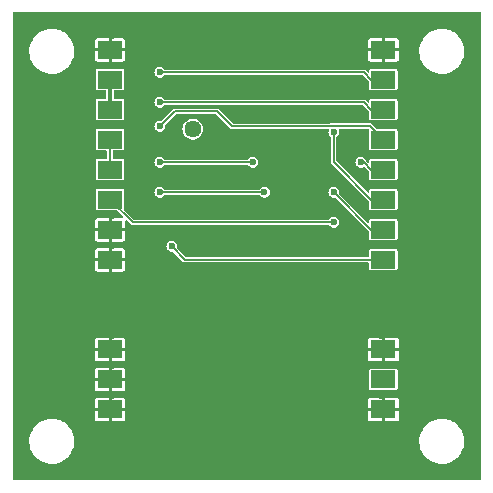
<source format=gbl>
G04 #@! TF.GenerationSoftware,KiCad,Pcbnew,7.0.11-2.fc39*
G04 #@! TF.CreationDate,2024-03-24T03:10:33+08:00*
G04 #@! TF.ProjectId,ikoka-nano-meshtastic-device,696b6f6b-612d-46e6-916e-6f2d6d657368,1*
G04 #@! TF.SameCoordinates,Original*
G04 #@! TF.FileFunction,Copper,L2,Bot*
G04 #@! TF.FilePolarity,Positive*
%FSLAX46Y46*%
G04 Gerber Fmt 4.6, Leading zero omitted, Abs format (unit mm)*
G04 Created by KiCad (PCBNEW 7.0.11-2.fc39) date 2024-03-24 03:10:33*
%MOMM*%
%LPD*%
G01*
G04 APERTURE LIST*
G04 #@! TA.AperFunction,SMDPad,CuDef*
%ADD10R,2.080000X1.510000*%
G04 #@! TD*
G04 #@! TA.AperFunction,ViaPad*
%ADD11C,0.600000*%
G04 #@! TD*
G04 #@! TA.AperFunction,ViaPad*
%ADD12C,1.443000*%
G04 #@! TD*
G04 #@! TA.AperFunction,Conductor*
%ADD13C,0.152400*%
G04 #@! TD*
G04 #@! TA.AperFunction,Conductor*
%ADD14C,0.304800*%
G04 #@! TD*
G04 APERTURE END LIST*
D10*
X140825000Y-115420000D03*
X140825000Y-112880000D03*
X140825000Y-110340000D03*
X140825000Y-102740000D03*
X140825000Y-100200000D03*
X140825000Y-97660000D03*
X140825000Y-95120000D03*
X140825000Y-92580000D03*
X140825000Y-90040000D03*
X140825000Y-87500000D03*
X140825000Y-84960000D03*
X163975000Y-84960000D03*
X163975000Y-87500000D03*
X163975000Y-90040000D03*
X163975000Y-92580000D03*
X163975000Y-95120000D03*
X163975000Y-97660000D03*
X163975000Y-100200000D03*
X163975000Y-102740000D03*
X163975000Y-110340000D03*
X163975000Y-112880000D03*
X163975000Y-115420000D03*
D11*
X146050000Y-101600000D03*
X145034000Y-86868000D03*
X145034000Y-89408000D03*
X145034000Y-91440000D03*
X152908000Y-94488000D03*
X145034000Y-94488000D03*
X145034000Y-97028000D03*
X153900000Y-97028000D03*
X159766000Y-99568000D03*
X159766000Y-97028000D03*
X162052000Y-94488000D03*
X159766000Y-91948000D03*
X148590000Y-95250000D03*
X166370000Y-91440000D03*
X133350000Y-88900000D03*
X135890000Y-91440000D03*
X148590000Y-106680000D03*
X151130000Y-111760000D03*
X171450000Y-116840000D03*
X135890000Y-88900000D03*
X137160000Y-120650000D03*
X143510000Y-116840000D03*
X139700000Y-82550000D03*
X158750000Y-95250000D03*
X144780000Y-82550000D03*
X158750000Y-111760000D03*
X166370000Y-114300000D03*
X152400000Y-82550000D03*
X171450000Y-99060000D03*
X146050000Y-111760000D03*
X138430000Y-93980000D03*
X133350000Y-114300000D03*
X166370000Y-116840000D03*
X148590000Y-101600000D03*
X158750000Y-85090000D03*
X158750000Y-114300000D03*
X140970000Y-99060000D03*
X171450000Y-119380000D03*
X143510000Y-109220000D03*
X138430000Y-101600000D03*
X153670000Y-95250000D03*
X158750000Y-90170000D03*
X151130000Y-90170000D03*
X133350000Y-111760000D03*
X161290000Y-119380000D03*
X152400000Y-119380000D03*
X135890000Y-104140000D03*
X168910000Y-109220000D03*
X168910000Y-111760000D03*
X146050000Y-106680000D03*
X156210000Y-97790000D03*
X133350000Y-83820000D03*
X158750000Y-116840000D03*
X158750000Y-109220000D03*
X158750000Y-106680000D03*
X156210000Y-87630000D03*
X140970000Y-114300000D03*
X161290000Y-116840000D03*
X156210000Y-95250000D03*
X140970000Y-106680000D03*
X135890000Y-114300000D03*
X166370000Y-119380000D03*
X168910000Y-96520000D03*
X138430000Y-111760000D03*
X156210000Y-90170000D03*
X135890000Y-93980000D03*
X161290000Y-106680000D03*
X166370000Y-109220000D03*
X140970000Y-83820000D03*
X133350000Y-101600000D03*
X148590000Y-114300000D03*
X168910000Y-101600000D03*
X157480000Y-82550000D03*
X170180000Y-120650000D03*
X143510000Y-119380000D03*
X133350000Y-109220000D03*
X154940000Y-82550000D03*
X156210000Y-92710000D03*
X144780000Y-120650000D03*
X133350000Y-96520000D03*
X138430000Y-91440000D03*
X152400000Y-85090000D03*
X161290000Y-101600000D03*
X168910000Y-88900000D03*
X167640000Y-120650000D03*
X171450000Y-106680000D03*
X135890000Y-99060000D03*
X133350000Y-104140000D03*
X135890000Y-109220000D03*
X143510000Y-106680000D03*
X148590000Y-85090000D03*
X166370000Y-106680000D03*
X171450000Y-83820000D03*
X143510000Y-101600000D03*
X163830000Y-106680000D03*
X151130000Y-114300000D03*
X138430000Y-96520000D03*
X148590000Y-116840000D03*
X135890000Y-106680000D03*
X160020000Y-82550000D03*
X151130000Y-104140000D03*
X166370000Y-96520000D03*
X170180000Y-82550000D03*
X133350000Y-91440000D03*
X140970000Y-101600000D03*
X138430000Y-114300000D03*
X165100000Y-82550000D03*
X133350000Y-119380000D03*
X168910000Y-93980000D03*
X156210000Y-106680000D03*
X135890000Y-101600000D03*
X142240000Y-82550000D03*
X153670000Y-92710000D03*
X148590000Y-97790000D03*
X156210000Y-109220000D03*
X133350000Y-116840000D03*
X163830000Y-114300000D03*
X146050000Y-109220000D03*
X151130000Y-101600000D03*
X167640000Y-82550000D03*
X138430000Y-106680000D03*
X138430000Y-88900000D03*
X166370000Y-93980000D03*
X171450000Y-96520000D03*
X161290000Y-111760000D03*
X146050000Y-116840000D03*
X171450000Y-91440000D03*
X161290000Y-104140000D03*
X151130000Y-109220000D03*
X135890000Y-96520000D03*
X148590000Y-109220000D03*
X171450000Y-104140000D03*
X133350000Y-93980000D03*
X151130000Y-97790000D03*
X158750000Y-97790000D03*
X138430000Y-86360000D03*
X140970000Y-104140000D03*
X151130000Y-95250000D03*
X168910000Y-91440000D03*
X161290000Y-109220000D03*
X171450000Y-114300000D03*
X163830000Y-104140000D03*
X148590000Y-104140000D03*
X146050000Y-104140000D03*
X171450000Y-109220000D03*
X162560000Y-82550000D03*
X135890000Y-111760000D03*
X153670000Y-87630000D03*
X158750000Y-104140000D03*
X143510000Y-111760000D03*
X158750000Y-87630000D03*
X143510000Y-114300000D03*
X168910000Y-104140000D03*
X133350000Y-86360000D03*
X166370000Y-88900000D03*
X148590000Y-111760000D03*
X138430000Y-99060000D03*
X151130000Y-87630000D03*
X134620000Y-82550000D03*
X171450000Y-93980000D03*
X163830000Y-116840000D03*
X138430000Y-83820000D03*
X134620000Y-120650000D03*
X156210000Y-104140000D03*
X133350000Y-106680000D03*
X140970000Y-109220000D03*
X151130000Y-106680000D03*
X168910000Y-99060000D03*
X138430000Y-116840000D03*
X160020000Y-120650000D03*
X156210000Y-111760000D03*
X171450000Y-86360000D03*
X138430000Y-104140000D03*
X166370000Y-99060000D03*
X156210000Y-114300000D03*
X171450000Y-88900000D03*
X140970000Y-116840000D03*
X168910000Y-106680000D03*
X156210000Y-116840000D03*
X149860000Y-82550000D03*
X133350000Y-99060000D03*
X147320000Y-82550000D03*
X158750000Y-92710000D03*
X143510000Y-104140000D03*
X171450000Y-101600000D03*
X146050000Y-114300000D03*
X166370000Y-86360000D03*
X162560000Y-120650000D03*
X163830000Y-109220000D03*
X137160000Y-82550000D03*
X140970000Y-111760000D03*
X166370000Y-101600000D03*
X168910000Y-114300000D03*
X151130000Y-120650000D03*
X156210000Y-85090000D03*
X166370000Y-104140000D03*
X138430000Y-109220000D03*
X166370000Y-111760000D03*
X153670000Y-90170000D03*
X138430000Y-119380000D03*
X153670000Y-120650000D03*
X148590000Y-87630000D03*
X161290000Y-114300000D03*
X171450000Y-111760000D03*
X142240000Y-120650000D03*
X151130000Y-92710000D03*
D12*
X147828000Y-91694000D03*
D11*
X140716000Y-90424000D03*
D13*
X146050000Y-101600000D02*
X147190000Y-102740000D01*
X147190000Y-102740000D02*
X163975000Y-102740000D01*
X162306000Y-86868000D02*
X162938000Y-87500000D01*
X145034000Y-86868000D02*
X162306000Y-86868000D01*
X162938000Y-87500000D02*
X163975000Y-87500000D01*
X162306000Y-89408000D02*
X162938000Y-90040000D01*
X162938000Y-90040000D02*
X163975000Y-90040000D01*
X145034000Y-89408000D02*
X162306000Y-89408000D01*
X159547046Y-91419400D02*
X162814400Y-91419400D01*
X162814400Y-91419400D02*
X163975000Y-92580000D01*
X145034000Y-91440000D02*
X146304000Y-90170000D01*
X159526446Y-91440000D02*
X159547046Y-91419400D01*
X151130000Y-91440000D02*
X159526446Y-91440000D01*
X146304000Y-90170000D02*
X149860000Y-90170000D01*
X149860000Y-90170000D02*
X151130000Y-91440000D01*
X145034000Y-94488000D02*
X152908000Y-94488000D01*
X153900000Y-97028000D02*
X145034000Y-97028000D01*
X142733000Y-99568000D02*
X159766000Y-99568000D01*
X140825000Y-97660000D02*
X142733000Y-99568000D01*
X159766000Y-97028000D02*
X162938000Y-100200000D01*
X162938000Y-100200000D02*
X163975000Y-100200000D01*
X162306000Y-94488000D02*
X162052000Y-94488000D01*
X162938000Y-95120000D02*
X162306000Y-94488000D01*
X163975000Y-95120000D02*
X162938000Y-95120000D01*
X162938000Y-97660000D02*
X163975000Y-97660000D01*
X159766000Y-91948000D02*
X159766000Y-94488000D01*
X159766000Y-94488000D02*
X162938000Y-97660000D01*
D14*
X140825000Y-87500000D02*
X140825000Y-90040000D01*
X140462000Y-89916000D02*
X140825000Y-90040000D01*
D13*
X140825000Y-95120000D02*
X140825000Y-92580000D01*
G04 #@! TA.AperFunction,Conductor*
G36*
X172192638Y-81798093D02*
G01*
X172218358Y-81842642D01*
X172219500Y-81855700D01*
X172219500Y-121344300D01*
X172201907Y-121392638D01*
X172157358Y-121418358D01*
X172144300Y-121419500D01*
X132655700Y-121419500D01*
X132607362Y-121401907D01*
X132581642Y-121357358D01*
X132580500Y-121344300D01*
X132580500Y-118179632D01*
X133984686Y-118179632D01*
X134015129Y-118456309D01*
X134085531Y-118725599D01*
X134194393Y-118981773D01*
X134194395Y-118981776D01*
X134339388Y-119219357D01*
X134339394Y-119219366D01*
X134517438Y-119433308D01*
X134517442Y-119433312D01*
X134724745Y-119619056D01*
X134956883Y-119772637D01*
X135208909Y-119890782D01*
X135475451Y-119970973D01*
X135750828Y-120011500D01*
X135750832Y-120011500D01*
X135959497Y-120011500D01*
X135959499Y-120011499D01*
X136035139Y-120005963D01*
X136167592Y-119996269D01*
X136167594Y-119996268D01*
X136167601Y-119996268D01*
X136439286Y-119935748D01*
X136699263Y-119836315D01*
X136941993Y-119700089D01*
X137162301Y-119529972D01*
X137355492Y-119329592D01*
X137517449Y-119103218D01*
X137644719Y-118855675D01*
X137734591Y-118592239D01*
X137785148Y-118318526D01*
X137790224Y-118179632D01*
X167004686Y-118179632D01*
X167035129Y-118456309D01*
X167105531Y-118725599D01*
X167214393Y-118981773D01*
X167214395Y-118981776D01*
X167359388Y-119219357D01*
X167359394Y-119219366D01*
X167537438Y-119433308D01*
X167537442Y-119433312D01*
X167744745Y-119619056D01*
X167976883Y-119772637D01*
X168228909Y-119890782D01*
X168495451Y-119970973D01*
X168770828Y-120011500D01*
X168770832Y-120011500D01*
X168979497Y-120011500D01*
X168979499Y-120011499D01*
X169055139Y-120005963D01*
X169187592Y-119996269D01*
X169187594Y-119996268D01*
X169187601Y-119996268D01*
X169459286Y-119935748D01*
X169719263Y-119836315D01*
X169961993Y-119700089D01*
X170182301Y-119529972D01*
X170375492Y-119329592D01*
X170537449Y-119103218D01*
X170664719Y-118855675D01*
X170754591Y-118592239D01*
X170805148Y-118318526D01*
X170815314Y-118040368D01*
X170784871Y-117763694D01*
X170714469Y-117494401D01*
X170605607Y-117238228D01*
X170460607Y-117000636D01*
X170368879Y-116890413D01*
X170282561Y-116786691D01*
X170282557Y-116786687D01*
X170075257Y-116600946D01*
X170075255Y-116600944D01*
X169920496Y-116498556D01*
X169843116Y-116447362D01*
X169591089Y-116329217D01*
X169407904Y-116274105D01*
X169324549Y-116249027D01*
X169152672Y-116223732D01*
X169049173Y-116208500D01*
X169049172Y-116208500D01*
X168840511Y-116208500D01*
X168840499Y-116208500D01*
X168632407Y-116223730D01*
X168360709Y-116284253D01*
X168100739Y-116383684D01*
X168100735Y-116383686D01*
X167858010Y-116519908D01*
X167637699Y-116690027D01*
X167444512Y-116890403D01*
X167444504Y-116890413D01*
X167282553Y-117116777D01*
X167155278Y-117364330D01*
X167065410Y-117627753D01*
X167065408Y-117627763D01*
X167014852Y-117901471D01*
X167004686Y-118179628D01*
X167004686Y-118179632D01*
X137790224Y-118179632D01*
X137795314Y-118040368D01*
X137764871Y-117763694D01*
X137694469Y-117494401D01*
X137585607Y-117238228D01*
X137440607Y-117000636D01*
X137348879Y-116890413D01*
X137262561Y-116786691D01*
X137262557Y-116786687D01*
X137055257Y-116600946D01*
X137055255Y-116600944D01*
X136900496Y-116498556D01*
X136823116Y-116447362D01*
X136571089Y-116329217D01*
X136387904Y-116274105D01*
X136304549Y-116249027D01*
X136132672Y-116223732D01*
X136029173Y-116208500D01*
X136029172Y-116208500D01*
X135820511Y-116208500D01*
X135820499Y-116208500D01*
X135612407Y-116223730D01*
X135340709Y-116284253D01*
X135080739Y-116383684D01*
X135080735Y-116383686D01*
X134838010Y-116519908D01*
X134617699Y-116690027D01*
X134424512Y-116890403D01*
X134424504Y-116890413D01*
X134262553Y-117116777D01*
X134135278Y-117364330D01*
X134045410Y-117627753D01*
X134045408Y-117627763D01*
X133994852Y-117901471D01*
X133984686Y-118179628D01*
X133984686Y-118179632D01*
X132580500Y-118179632D01*
X132580500Y-115547000D01*
X139531001Y-115547000D01*
X139531001Y-116200017D01*
X139545737Y-116274105D01*
X139601876Y-116358124D01*
X139685894Y-116414262D01*
X139685896Y-116414263D01*
X139759982Y-116428999D01*
X140698000Y-116428999D01*
X140698000Y-115547000D01*
X140952000Y-115547000D01*
X140952000Y-116428999D01*
X141890016Y-116428999D01*
X141890017Y-116428998D01*
X141964105Y-116414262D01*
X142048124Y-116358123D01*
X142104262Y-116274105D01*
X142104263Y-116274103D01*
X142119000Y-116200017D01*
X142119000Y-115547000D01*
X162681001Y-115547000D01*
X162681001Y-116200017D01*
X162695737Y-116274105D01*
X162751876Y-116358124D01*
X162835894Y-116414262D01*
X162835896Y-116414263D01*
X162909982Y-116428999D01*
X163848000Y-116428999D01*
X163848000Y-115547000D01*
X164102000Y-115547000D01*
X164102000Y-116428999D01*
X165040016Y-116428999D01*
X165040017Y-116428998D01*
X165114105Y-116414262D01*
X165198124Y-116358123D01*
X165254262Y-116274105D01*
X165254263Y-116274103D01*
X165269000Y-116200017D01*
X165269000Y-115547000D01*
X164102000Y-115547000D01*
X163848000Y-115547000D01*
X162681001Y-115547000D01*
X142119000Y-115547000D01*
X140952000Y-115547000D01*
X140698000Y-115547000D01*
X139531001Y-115547000D01*
X132580500Y-115547000D01*
X132580500Y-115293000D01*
X139531000Y-115293000D01*
X140698000Y-115293000D01*
X140698000Y-114411000D01*
X140952000Y-114411000D01*
X140952000Y-115293000D01*
X142118999Y-115293000D01*
X162681000Y-115293000D01*
X163848000Y-115293000D01*
X163848000Y-114411000D01*
X164102000Y-114411000D01*
X164102000Y-115293000D01*
X165268999Y-115293000D01*
X165268999Y-114639984D01*
X165268998Y-114639982D01*
X165254262Y-114565894D01*
X165198123Y-114481875D01*
X165114105Y-114425737D01*
X165114103Y-114425736D01*
X165040018Y-114411000D01*
X164102000Y-114411000D01*
X163848000Y-114411000D01*
X162909984Y-114411000D01*
X162909982Y-114411001D01*
X162835894Y-114425737D01*
X162751875Y-114481876D01*
X162695737Y-114565894D01*
X162695736Y-114565896D01*
X162681000Y-114639982D01*
X162681000Y-115293000D01*
X142118999Y-115293000D01*
X142118999Y-114639984D01*
X142118998Y-114639982D01*
X142104262Y-114565894D01*
X142048123Y-114481875D01*
X141964105Y-114425737D01*
X141964103Y-114425736D01*
X141890018Y-114411000D01*
X140952000Y-114411000D01*
X140698000Y-114411000D01*
X139759984Y-114411000D01*
X139759982Y-114411001D01*
X139685894Y-114425737D01*
X139601875Y-114481876D01*
X139545737Y-114565894D01*
X139545736Y-114565896D01*
X139531000Y-114639982D01*
X139531000Y-115293000D01*
X132580500Y-115293000D01*
X132580500Y-113007000D01*
X139531001Y-113007000D01*
X139531001Y-113660017D01*
X139545737Y-113734105D01*
X139601876Y-113818124D01*
X139685894Y-113874262D01*
X139685896Y-113874263D01*
X139759982Y-113888999D01*
X140698000Y-113888999D01*
X140698000Y-113007000D01*
X140952000Y-113007000D01*
X140952000Y-113888999D01*
X141890016Y-113888999D01*
X141890017Y-113888998D01*
X141964105Y-113874262D01*
X142048124Y-113818123D01*
X142104262Y-113734105D01*
X142104263Y-113734103D01*
X142119000Y-113660017D01*
X142119000Y-113650055D01*
X162782100Y-113650055D01*
X162782101Y-113650057D01*
X162790972Y-113694659D01*
X162824764Y-113745232D01*
X162824765Y-113745232D01*
X162824766Y-113745234D01*
X162875342Y-113779028D01*
X162919943Y-113787900D01*
X165030056Y-113787899D01*
X165074658Y-113779028D01*
X165125234Y-113745234D01*
X165159028Y-113694658D01*
X165167900Y-113650057D01*
X165167899Y-112109944D01*
X165159028Y-112065342D01*
X165125234Y-112014766D01*
X165074658Y-111980972D01*
X165074656Y-111980971D01*
X165030057Y-111972100D01*
X162919944Y-111972100D01*
X162919942Y-111972101D01*
X162875340Y-111980972D01*
X162824767Y-112014764D01*
X162790972Y-112065342D01*
X162790971Y-112065343D01*
X162782100Y-112109942D01*
X162782100Y-113650055D01*
X142119000Y-113650055D01*
X142119000Y-113007000D01*
X140952000Y-113007000D01*
X140698000Y-113007000D01*
X139531001Y-113007000D01*
X132580500Y-113007000D01*
X132580500Y-112753000D01*
X139531000Y-112753000D01*
X140698000Y-112753000D01*
X140698000Y-111871000D01*
X140952000Y-111871000D01*
X140952000Y-112753000D01*
X142118999Y-112753000D01*
X142118999Y-112099984D01*
X142118998Y-112099982D01*
X142104262Y-112025894D01*
X142048123Y-111941875D01*
X141964105Y-111885737D01*
X141964103Y-111885736D01*
X141890018Y-111871000D01*
X140952000Y-111871000D01*
X140698000Y-111871000D01*
X139759984Y-111871000D01*
X139759982Y-111871001D01*
X139685894Y-111885737D01*
X139601875Y-111941876D01*
X139545737Y-112025894D01*
X139545736Y-112025896D01*
X139531000Y-112099982D01*
X139531000Y-112753000D01*
X132580500Y-112753000D01*
X132580500Y-110467000D01*
X139531001Y-110467000D01*
X139531001Y-111120017D01*
X139545737Y-111194105D01*
X139601876Y-111278124D01*
X139685894Y-111334262D01*
X139685896Y-111334263D01*
X139759982Y-111348999D01*
X140698000Y-111348999D01*
X140698000Y-110467000D01*
X140952000Y-110467000D01*
X140952000Y-111348999D01*
X141890016Y-111348999D01*
X141890017Y-111348998D01*
X141964105Y-111334262D01*
X142048124Y-111278123D01*
X142104262Y-111194105D01*
X142104263Y-111194103D01*
X142119000Y-111120017D01*
X142119000Y-110467000D01*
X162681001Y-110467000D01*
X162681001Y-111120017D01*
X162695737Y-111194105D01*
X162751876Y-111278124D01*
X162835894Y-111334262D01*
X162835896Y-111334263D01*
X162909982Y-111348999D01*
X163848000Y-111348999D01*
X163848000Y-110467000D01*
X164102000Y-110467000D01*
X164102000Y-111348999D01*
X165040016Y-111348999D01*
X165040017Y-111348998D01*
X165114105Y-111334262D01*
X165198124Y-111278123D01*
X165254262Y-111194105D01*
X165254263Y-111194103D01*
X165269000Y-111120017D01*
X165269000Y-110467000D01*
X164102000Y-110467000D01*
X163848000Y-110467000D01*
X162681001Y-110467000D01*
X142119000Y-110467000D01*
X140952000Y-110467000D01*
X140698000Y-110467000D01*
X139531001Y-110467000D01*
X132580500Y-110467000D01*
X132580500Y-110213000D01*
X139531000Y-110213000D01*
X140698000Y-110213000D01*
X140698000Y-109331000D01*
X140952000Y-109331000D01*
X140952000Y-110213000D01*
X142118999Y-110213000D01*
X162681000Y-110213000D01*
X163848000Y-110213000D01*
X163848000Y-109331000D01*
X164102000Y-109331000D01*
X164102000Y-110213000D01*
X165268999Y-110213000D01*
X165268999Y-109559984D01*
X165268998Y-109559982D01*
X165254262Y-109485894D01*
X165198123Y-109401875D01*
X165114105Y-109345737D01*
X165114103Y-109345736D01*
X165040018Y-109331000D01*
X164102000Y-109331000D01*
X163848000Y-109331000D01*
X162909984Y-109331000D01*
X162909982Y-109331001D01*
X162835894Y-109345737D01*
X162751875Y-109401876D01*
X162695737Y-109485894D01*
X162695736Y-109485896D01*
X162681000Y-109559982D01*
X162681000Y-110213000D01*
X142118999Y-110213000D01*
X142118999Y-109559984D01*
X142118998Y-109559982D01*
X142104262Y-109485894D01*
X142048123Y-109401875D01*
X141964105Y-109345737D01*
X141964103Y-109345736D01*
X141890018Y-109331000D01*
X140952000Y-109331000D01*
X140698000Y-109331000D01*
X139759984Y-109331000D01*
X139759982Y-109331001D01*
X139685894Y-109345737D01*
X139601875Y-109401876D01*
X139545737Y-109485894D01*
X139545736Y-109485896D01*
X139531000Y-109559982D01*
X139531000Y-110213000D01*
X132580500Y-110213000D01*
X132580500Y-102867000D01*
X139531001Y-102867000D01*
X139531001Y-103520017D01*
X139545737Y-103594105D01*
X139601876Y-103678124D01*
X139685894Y-103734262D01*
X139685896Y-103734263D01*
X139759982Y-103748999D01*
X140698000Y-103748999D01*
X140698000Y-102867000D01*
X140952000Y-102867000D01*
X140952000Y-103748999D01*
X141890016Y-103748999D01*
X141890017Y-103748998D01*
X141964105Y-103734262D01*
X142048124Y-103678123D01*
X142104262Y-103594105D01*
X142104263Y-103594103D01*
X142119000Y-103520017D01*
X142119000Y-102867000D01*
X140952000Y-102867000D01*
X140698000Y-102867000D01*
X139531001Y-102867000D01*
X132580500Y-102867000D01*
X132580500Y-102613000D01*
X139531000Y-102613000D01*
X140698000Y-102613000D01*
X140698000Y-101731000D01*
X140952000Y-101731000D01*
X140952000Y-102613000D01*
X142118999Y-102613000D01*
X142118999Y-101959984D01*
X142118998Y-101959982D01*
X142104262Y-101885894D01*
X142048123Y-101801875D01*
X141964105Y-101745737D01*
X141964103Y-101745736D01*
X141890018Y-101731000D01*
X140952000Y-101731000D01*
X140698000Y-101731000D01*
X139759984Y-101731000D01*
X139759982Y-101731001D01*
X139685894Y-101745737D01*
X139601875Y-101801876D01*
X139545737Y-101885894D01*
X139545736Y-101885896D01*
X139531000Y-101959982D01*
X139531000Y-102613000D01*
X132580500Y-102613000D01*
X132580500Y-101600000D01*
X145592443Y-101600000D01*
X145610977Y-101728911D01*
X145665078Y-101847373D01*
X145665080Y-101847376D01*
X145750366Y-101945801D01*
X145859926Y-102016209D01*
X145984883Y-102052900D01*
X146115115Y-102052900D01*
X146115117Y-102052900D01*
X146121610Y-102050993D01*
X146172944Y-102054251D01*
X146195975Y-102069971D01*
X147022359Y-102896355D01*
X147025069Y-102899210D01*
X147052330Y-102929486D01*
X147074936Y-102939551D01*
X147085304Y-102945181D01*
X147106060Y-102958660D01*
X147106061Y-102958660D01*
X147106063Y-102958661D01*
X147114589Y-102960011D01*
X147133408Y-102965585D01*
X147141303Y-102969100D01*
X147166059Y-102969100D01*
X147177821Y-102970025D01*
X147202258Y-102973896D01*
X147210596Y-102971662D01*
X147230057Y-102969100D01*
X162706901Y-102969100D01*
X162755239Y-102986693D01*
X162780959Y-103031242D01*
X162782101Y-103044300D01*
X162782101Y-103510057D01*
X162790972Y-103554659D01*
X162824764Y-103605232D01*
X162824765Y-103605232D01*
X162824766Y-103605234D01*
X162875342Y-103639028D01*
X162919943Y-103647900D01*
X165030056Y-103647899D01*
X165074658Y-103639028D01*
X165125234Y-103605234D01*
X165159028Y-103554658D01*
X165167900Y-103510057D01*
X165167899Y-101969944D01*
X165159028Y-101925342D01*
X165125234Y-101874766D01*
X165074658Y-101840972D01*
X165074656Y-101840971D01*
X165030057Y-101832100D01*
X162919944Y-101832100D01*
X162919942Y-101832101D01*
X162875340Y-101840972D01*
X162824767Y-101874764D01*
X162790972Y-101925342D01*
X162790971Y-101925343D01*
X162782100Y-101969942D01*
X162782100Y-102435700D01*
X162764507Y-102484038D01*
X162719958Y-102509758D01*
X162706900Y-102510900D01*
X147316045Y-102510900D01*
X147267707Y-102493307D01*
X147262871Y-102488874D01*
X146517385Y-101743388D01*
X146495645Y-101696768D01*
X146496123Y-101679520D01*
X146507557Y-101600000D01*
X146489023Y-101471091D01*
X146434921Y-101352626D01*
X146434919Y-101352623D01*
X146349633Y-101254198D01*
X146240073Y-101183790D01*
X146115117Y-101147100D01*
X145984883Y-101147100D01*
X145859926Y-101183790D01*
X145750366Y-101254198D01*
X145665080Y-101352623D01*
X145665078Y-101352626D01*
X145610977Y-101471088D01*
X145592443Y-101600000D01*
X132580500Y-101600000D01*
X132580500Y-100327000D01*
X139531001Y-100327000D01*
X139531001Y-100980017D01*
X139545737Y-101054105D01*
X139601876Y-101138124D01*
X139685894Y-101194262D01*
X139685896Y-101194263D01*
X139759982Y-101208999D01*
X140698000Y-101208999D01*
X140698000Y-100327000D01*
X140952000Y-100327000D01*
X140952000Y-101208999D01*
X141890016Y-101208999D01*
X141890017Y-101208998D01*
X141964105Y-101194262D01*
X142048124Y-101138123D01*
X142104262Y-101054105D01*
X142104263Y-101054103D01*
X142119000Y-100980017D01*
X142119000Y-100327000D01*
X140952000Y-100327000D01*
X140698000Y-100327000D01*
X139531001Y-100327000D01*
X132580500Y-100327000D01*
X132580500Y-100073000D01*
X139531000Y-100073000D01*
X140698000Y-100073000D01*
X140698000Y-99191000D01*
X139759984Y-99191000D01*
X139759982Y-99191001D01*
X139685894Y-99205737D01*
X139601875Y-99261876D01*
X139545737Y-99345894D01*
X139545736Y-99345896D01*
X139531000Y-99419982D01*
X139531000Y-100073000D01*
X132580500Y-100073000D01*
X132580500Y-98430055D01*
X139632100Y-98430055D01*
X139632101Y-98430057D01*
X139640972Y-98474659D01*
X139674764Y-98525232D01*
X139674765Y-98525232D01*
X139674766Y-98525234D01*
X139725342Y-98559028D01*
X139769943Y-98567900D01*
X141377755Y-98567899D01*
X141426093Y-98585492D01*
X141430929Y-98589925D01*
X141903630Y-99062626D01*
X141925370Y-99109246D01*
X141912056Y-99158933D01*
X141869919Y-99188438D01*
X141850456Y-99191000D01*
X140952000Y-99191000D01*
X140952000Y-100073000D01*
X142118999Y-100073000D01*
X142118999Y-99459543D01*
X142136592Y-99411205D01*
X142181141Y-99385485D01*
X142231799Y-99394418D01*
X142247373Y-99406369D01*
X142565359Y-99724355D01*
X142568069Y-99727210D01*
X142595330Y-99757486D01*
X142617936Y-99767551D01*
X142628304Y-99773181D01*
X142649060Y-99786660D01*
X142649061Y-99786660D01*
X142649063Y-99786661D01*
X142657589Y-99788011D01*
X142676408Y-99793585D01*
X142684303Y-99797100D01*
X142709059Y-99797100D01*
X142720821Y-99798025D01*
X142745258Y-99801896D01*
X142753596Y-99799662D01*
X142773057Y-99797100D01*
X159330902Y-99797100D01*
X159379240Y-99814693D01*
X159387735Y-99823055D01*
X159466366Y-99913801D01*
X159575926Y-99984209D01*
X159700883Y-100020900D01*
X159831117Y-100020900D01*
X159956073Y-99984209D01*
X159956073Y-99984208D01*
X159956076Y-99984208D01*
X160065636Y-99913799D01*
X160150921Y-99815374D01*
X160205023Y-99696909D01*
X160223557Y-99568000D01*
X160205023Y-99439091D01*
X160200845Y-99429943D01*
X160150921Y-99320626D01*
X160150919Y-99320623D01*
X160065633Y-99222198D01*
X159956073Y-99151790D01*
X159831117Y-99115100D01*
X159700883Y-99115100D01*
X159575926Y-99151790D01*
X159466366Y-99222198D01*
X159387735Y-99312945D01*
X159342784Y-99337955D01*
X159330902Y-99338900D01*
X142859045Y-99338900D01*
X142810707Y-99321307D01*
X142805871Y-99316874D01*
X142029922Y-98540925D01*
X142008182Y-98494305D01*
X142009340Y-98473086D01*
X142017900Y-98430057D01*
X142017899Y-97028000D01*
X144576443Y-97028000D01*
X144594977Y-97156911D01*
X144649078Y-97275373D01*
X144649080Y-97275376D01*
X144734366Y-97373801D01*
X144843926Y-97444209D01*
X144968883Y-97480900D01*
X145099117Y-97480900D01*
X145224073Y-97444209D01*
X145224073Y-97444208D01*
X145224076Y-97444208D01*
X145333636Y-97373799D01*
X145412265Y-97283054D01*
X145457216Y-97258045D01*
X145469098Y-97257100D01*
X153464902Y-97257100D01*
X153513240Y-97274693D01*
X153521735Y-97283055D01*
X153600366Y-97373801D01*
X153709926Y-97444209D01*
X153834883Y-97480900D01*
X153965117Y-97480900D01*
X154090073Y-97444209D01*
X154090073Y-97444208D01*
X154090076Y-97444208D01*
X154199636Y-97373799D01*
X154284921Y-97275374D01*
X154339023Y-97156909D01*
X154357557Y-97028000D01*
X159308443Y-97028000D01*
X159326977Y-97156911D01*
X159381078Y-97275373D01*
X159381080Y-97275376D01*
X159466366Y-97373801D01*
X159575926Y-97444209D01*
X159700883Y-97480900D01*
X159831115Y-97480900D01*
X159831117Y-97480900D01*
X159837610Y-97478993D01*
X159888944Y-97482251D01*
X159911975Y-97497971D01*
X162760074Y-100346070D01*
X162781814Y-100392690D01*
X162782100Y-100399244D01*
X162782100Y-100970055D01*
X162782101Y-100970057D01*
X162790972Y-101014659D01*
X162824764Y-101065232D01*
X162824765Y-101065232D01*
X162824766Y-101065234D01*
X162875342Y-101099028D01*
X162919943Y-101107900D01*
X165030056Y-101107899D01*
X165074658Y-101099028D01*
X165125234Y-101065234D01*
X165159028Y-101014658D01*
X165167900Y-100970057D01*
X165167899Y-99429944D01*
X165159028Y-99385342D01*
X165127996Y-99338900D01*
X165125235Y-99334767D01*
X165105091Y-99321307D01*
X165074658Y-99300972D01*
X165074656Y-99300971D01*
X165030057Y-99292100D01*
X162919944Y-99292100D01*
X162919942Y-99292101D01*
X162875340Y-99300972D01*
X162824767Y-99334764D01*
X162790972Y-99385342D01*
X162790971Y-99385343D01*
X162782100Y-99429942D01*
X162782100Y-99538555D01*
X162764507Y-99586893D01*
X162719958Y-99612613D01*
X162669300Y-99603680D01*
X162653726Y-99591729D01*
X160233385Y-97171388D01*
X160211645Y-97124768D01*
X160212123Y-97107520D01*
X160223557Y-97028000D01*
X160205023Y-96899091D01*
X160200845Y-96889943D01*
X160150921Y-96780626D01*
X160150919Y-96780623D01*
X160065633Y-96682198D01*
X159956073Y-96611790D01*
X159831117Y-96575100D01*
X159700883Y-96575100D01*
X159575926Y-96611790D01*
X159466366Y-96682198D01*
X159381080Y-96780623D01*
X159381078Y-96780626D01*
X159326977Y-96899088D01*
X159308443Y-97028000D01*
X154357557Y-97028000D01*
X154339023Y-96899091D01*
X154334845Y-96889943D01*
X154284921Y-96780626D01*
X154284919Y-96780623D01*
X154199633Y-96682198D01*
X154090073Y-96611790D01*
X153965117Y-96575100D01*
X153834883Y-96575100D01*
X153709926Y-96611790D01*
X153600366Y-96682198D01*
X153521735Y-96772945D01*
X153476784Y-96797955D01*
X153464902Y-96798900D01*
X145469098Y-96798900D01*
X145420760Y-96781307D01*
X145412265Y-96772945D01*
X145401890Y-96760972D01*
X145333636Y-96682201D01*
X145333635Y-96682200D01*
X145333633Y-96682198D01*
X145224073Y-96611790D01*
X145099117Y-96575100D01*
X144968883Y-96575100D01*
X144843926Y-96611790D01*
X144734366Y-96682198D01*
X144649080Y-96780623D01*
X144649078Y-96780626D01*
X144594977Y-96899088D01*
X144576443Y-97028000D01*
X142017899Y-97028000D01*
X142017899Y-96889944D01*
X142009028Y-96845342D01*
X141977996Y-96798900D01*
X141975235Y-96794767D01*
X141955091Y-96781307D01*
X141924658Y-96760972D01*
X141924656Y-96760971D01*
X141880057Y-96752100D01*
X139769944Y-96752100D01*
X139769942Y-96752101D01*
X139725340Y-96760972D01*
X139674767Y-96794764D01*
X139640972Y-96845342D01*
X139640971Y-96845343D01*
X139632100Y-96889942D01*
X139632100Y-98430055D01*
X132580500Y-98430055D01*
X132580500Y-95890055D01*
X139632100Y-95890055D01*
X139632101Y-95890057D01*
X139640972Y-95934659D01*
X139674764Y-95985232D01*
X139674765Y-95985232D01*
X139674766Y-95985234D01*
X139725342Y-96019028D01*
X139769943Y-96027900D01*
X141880056Y-96027899D01*
X141924658Y-96019028D01*
X141975234Y-95985234D01*
X142009028Y-95934658D01*
X142017900Y-95890057D01*
X142017899Y-94488000D01*
X144576443Y-94488000D01*
X144594977Y-94616911D01*
X144649078Y-94735373D01*
X144649080Y-94735376D01*
X144734366Y-94833801D01*
X144843926Y-94904209D01*
X144968883Y-94940900D01*
X145099117Y-94940900D01*
X145224073Y-94904209D01*
X145224073Y-94904208D01*
X145224076Y-94904208D01*
X145333636Y-94833799D01*
X145412265Y-94743054D01*
X145457216Y-94718045D01*
X145469098Y-94717100D01*
X152472902Y-94717100D01*
X152521240Y-94734693D01*
X152529735Y-94743055D01*
X152608366Y-94833801D01*
X152717926Y-94904209D01*
X152842883Y-94940900D01*
X152973117Y-94940900D01*
X153098073Y-94904209D01*
X153098073Y-94904208D01*
X153098076Y-94904208D01*
X153207636Y-94833799D01*
X153292921Y-94735374D01*
X153347023Y-94616909D01*
X153365557Y-94488000D01*
X153347023Y-94359091D01*
X153342845Y-94349943D01*
X153292921Y-94240626D01*
X153292919Y-94240623D01*
X153207633Y-94142198D01*
X153098073Y-94071790D01*
X152973117Y-94035100D01*
X152842883Y-94035100D01*
X152717926Y-94071790D01*
X152608366Y-94142198D01*
X152529735Y-94232945D01*
X152484784Y-94257955D01*
X152472902Y-94258900D01*
X145469098Y-94258900D01*
X145420760Y-94241307D01*
X145412265Y-94232945D01*
X145401890Y-94220972D01*
X145333636Y-94142201D01*
X145333635Y-94142200D01*
X145333633Y-94142198D01*
X145224073Y-94071790D01*
X145099117Y-94035100D01*
X144968883Y-94035100D01*
X144843926Y-94071790D01*
X144734366Y-94142198D01*
X144649080Y-94240623D01*
X144649078Y-94240626D01*
X144594977Y-94359088D01*
X144576443Y-94488000D01*
X142017899Y-94488000D01*
X142017899Y-94349944D01*
X142009028Y-94305342D01*
X141977996Y-94258900D01*
X141975235Y-94254767D01*
X141955091Y-94241307D01*
X141924658Y-94220972D01*
X141924656Y-94220971D01*
X141880057Y-94212100D01*
X141129300Y-94212100D01*
X141080962Y-94194507D01*
X141055242Y-94149958D01*
X141054100Y-94136900D01*
X141054100Y-93563099D01*
X141071693Y-93514761D01*
X141116242Y-93489041D01*
X141129300Y-93487899D01*
X141880056Y-93487899D01*
X141924658Y-93479028D01*
X141975234Y-93445234D01*
X142009028Y-93394658D01*
X142017900Y-93350057D01*
X142017899Y-91809944D01*
X142009028Y-91765342D01*
X141990853Y-91738142D01*
X141975235Y-91714767D01*
X141975231Y-91714764D01*
X141924658Y-91680972D01*
X141924656Y-91680971D01*
X141880057Y-91672100D01*
X139769944Y-91672100D01*
X139769942Y-91672101D01*
X139725340Y-91680972D01*
X139674767Y-91714764D01*
X139640972Y-91765342D01*
X139640971Y-91765343D01*
X139632100Y-91809942D01*
X139632100Y-93350055D01*
X139632101Y-93350057D01*
X139640972Y-93394659D01*
X139674764Y-93445232D01*
X139674765Y-93445232D01*
X139674766Y-93445234D01*
X139725342Y-93479028D01*
X139769943Y-93487900D01*
X140520700Y-93487899D01*
X140569038Y-93505492D01*
X140594758Y-93550041D01*
X140595900Y-93563099D01*
X140595900Y-94136900D01*
X140578307Y-94185238D01*
X140533758Y-94210958D01*
X140520700Y-94212100D01*
X139769944Y-94212100D01*
X139769942Y-94212101D01*
X139725340Y-94220972D01*
X139674767Y-94254764D01*
X139640972Y-94305342D01*
X139640971Y-94305343D01*
X139632100Y-94349942D01*
X139632100Y-95890055D01*
X132580500Y-95890055D01*
X132580500Y-91440000D01*
X144576443Y-91440000D01*
X144594977Y-91568911D01*
X144649078Y-91687373D01*
X144649080Y-91687376D01*
X144734366Y-91785801D01*
X144843926Y-91856209D01*
X144968883Y-91892900D01*
X145099117Y-91892900D01*
X145224073Y-91856209D01*
X145224073Y-91856208D01*
X145224076Y-91856208D01*
X145333636Y-91785799D01*
X145413180Y-91694000D01*
X146948784Y-91694000D01*
X146967996Y-91876795D01*
X147024797Y-92051611D01*
X147116698Y-92210790D01*
X147239691Y-92347386D01*
X147239696Y-92347390D01*
X147388388Y-92455421D01*
X147388391Y-92455422D01*
X147388392Y-92455423D01*
X147556307Y-92530184D01*
X147736097Y-92568400D01*
X147736099Y-92568400D01*
X147919901Y-92568400D01*
X147919903Y-92568400D01*
X148099693Y-92530184D01*
X148267608Y-92455423D01*
X148416310Y-92347385D01*
X148539301Y-92210790D01*
X148631204Y-92051609D01*
X148688003Y-91876799D01*
X148707216Y-91694000D01*
X148688003Y-91511201D01*
X148631204Y-91336391D01*
X148588043Y-91261634D01*
X148539301Y-91177209D01*
X148416308Y-91040613D01*
X148416303Y-91040609D01*
X148267611Y-90932578D01*
X148099694Y-90857816D01*
X148039763Y-90845077D01*
X147919903Y-90819600D01*
X147736097Y-90819600D01*
X147646202Y-90838708D01*
X147556305Y-90857816D01*
X147388388Y-90932578D01*
X147239696Y-91040609D01*
X147239691Y-91040613D01*
X147116698Y-91177209D01*
X147024797Y-91336388D01*
X146967996Y-91511204D01*
X146948784Y-91694000D01*
X145413180Y-91694000D01*
X145418921Y-91687374D01*
X145473023Y-91568909D01*
X145491557Y-91440000D01*
X145480124Y-91360482D01*
X145490660Y-91310136D01*
X145501381Y-91296613D01*
X146376870Y-90421126D01*
X146423490Y-90399386D01*
X146430044Y-90399100D01*
X149733956Y-90399100D01*
X149782294Y-90416693D01*
X149787130Y-90421126D01*
X150962359Y-91596355D01*
X150965069Y-91599210D01*
X150992330Y-91629486D01*
X151014936Y-91639551D01*
X151025304Y-91645181D01*
X151039666Y-91654507D01*
X151046063Y-91658661D01*
X151054591Y-91660011D01*
X151073412Y-91665587D01*
X151081302Y-91669100D01*
X151081303Y-91669100D01*
X151106053Y-91669100D01*
X151117817Y-91670025D01*
X151142258Y-91673897D01*
X151149278Y-91672015D01*
X151150600Y-91671662D01*
X151170061Y-91669100D01*
X159278462Y-91669100D01*
X159326800Y-91686693D01*
X159352520Y-91731242D01*
X159346866Y-91775540D01*
X159326977Y-91819087D01*
X159308443Y-91948000D01*
X159326977Y-92076911D01*
X159381078Y-92195373D01*
X159381080Y-92195376D01*
X159466366Y-92293801D01*
X159502355Y-92316929D01*
X159533508Y-92357863D01*
X159536900Y-92380192D01*
X159536900Y-94480039D01*
X159536797Y-94483975D01*
X159534665Y-94524638D01*
X159543533Y-94547740D01*
X159546883Y-94559050D01*
X159552030Y-94583263D01*
X159552031Y-94583265D01*
X159557108Y-94590253D01*
X159566473Y-94607501D01*
X159569569Y-94615566D01*
X159587064Y-94633061D01*
X159594726Y-94642031D01*
X159609276Y-94662056D01*
X159609278Y-94662058D01*
X159616759Y-94666377D01*
X159632330Y-94678326D01*
X162760074Y-97806070D01*
X162781814Y-97852690D01*
X162782100Y-97859244D01*
X162782100Y-98430055D01*
X162782101Y-98430057D01*
X162790972Y-98474659D01*
X162824764Y-98525232D01*
X162824765Y-98525232D01*
X162824766Y-98525234D01*
X162875342Y-98559028D01*
X162919943Y-98567900D01*
X165030056Y-98567899D01*
X165074658Y-98559028D01*
X165125234Y-98525234D01*
X165159028Y-98474658D01*
X165167900Y-98430057D01*
X165167899Y-96889944D01*
X165159028Y-96845342D01*
X165127996Y-96798900D01*
X165125235Y-96794767D01*
X165105091Y-96781307D01*
X165074658Y-96760972D01*
X165074656Y-96760971D01*
X165030057Y-96752100D01*
X162919944Y-96752100D01*
X162919942Y-96752101D01*
X162875340Y-96760972D01*
X162824767Y-96794764D01*
X162790972Y-96845342D01*
X162790971Y-96845343D01*
X162782100Y-96889942D01*
X162782100Y-96998555D01*
X162764507Y-97046893D01*
X162719958Y-97072613D01*
X162669300Y-97063680D01*
X162653726Y-97051729D01*
X160089997Y-94488000D01*
X161594443Y-94488000D01*
X161612977Y-94616911D01*
X161667078Y-94735373D01*
X161667080Y-94735376D01*
X161752366Y-94833801D01*
X161861926Y-94904209D01*
X161986883Y-94940900D01*
X162117115Y-94940900D01*
X162117117Y-94940900D01*
X162242076Y-94904208D01*
X162286146Y-94875885D01*
X162336320Y-94864552D01*
X162379976Y-94885973D01*
X162760074Y-95266071D01*
X162781814Y-95312691D01*
X162782100Y-95319245D01*
X162782100Y-95890055D01*
X162782101Y-95890057D01*
X162790972Y-95934659D01*
X162824764Y-95985232D01*
X162824765Y-95985232D01*
X162824766Y-95985234D01*
X162875342Y-96019028D01*
X162919943Y-96027900D01*
X165030056Y-96027899D01*
X165074658Y-96019028D01*
X165125234Y-95985234D01*
X165159028Y-95934658D01*
X165167900Y-95890057D01*
X165167899Y-94349944D01*
X165159028Y-94305342D01*
X165127996Y-94258900D01*
X165125235Y-94254767D01*
X165105091Y-94241307D01*
X165074658Y-94220972D01*
X165074656Y-94220971D01*
X165030057Y-94212100D01*
X162919944Y-94212100D01*
X162919942Y-94212101D01*
X162875340Y-94220972D01*
X162824767Y-94254764D01*
X162790972Y-94305342D01*
X162790971Y-94305343D01*
X162782100Y-94349942D01*
X162782100Y-94458555D01*
X162764507Y-94506893D01*
X162719958Y-94532613D01*
X162669300Y-94523680D01*
X162653726Y-94511729D01*
X162492156Y-94350159D01*
X162476926Y-94328224D01*
X162436922Y-94240628D01*
X162436919Y-94240623D01*
X162351633Y-94142198D01*
X162242073Y-94071790D01*
X162117117Y-94035100D01*
X161986883Y-94035100D01*
X161861926Y-94071790D01*
X161752366Y-94142198D01*
X161667080Y-94240623D01*
X161667078Y-94240626D01*
X161612977Y-94359088D01*
X161594443Y-94488000D01*
X160089997Y-94488000D01*
X160017126Y-94415129D01*
X159995386Y-94368509D01*
X159995100Y-94361955D01*
X159995100Y-92380192D01*
X160012693Y-92331854D01*
X160029645Y-92316929D01*
X160065633Y-92293801D01*
X160065633Y-92293800D01*
X160065636Y-92293799D01*
X160150921Y-92195374D01*
X160205023Y-92076909D01*
X160223557Y-91948000D01*
X160205023Y-91819091D01*
X160205021Y-91819087D01*
X160175726Y-91754940D01*
X160171649Y-91703662D01*
X160201487Y-91661760D01*
X160244130Y-91648500D01*
X162688356Y-91648500D01*
X162736694Y-91666093D01*
X162741530Y-91670526D01*
X162770077Y-91699073D01*
X162791817Y-91745693D01*
X162790658Y-91766918D01*
X162782100Y-91809941D01*
X162782100Y-93350055D01*
X162782101Y-93350057D01*
X162790972Y-93394659D01*
X162824764Y-93445232D01*
X162824765Y-93445232D01*
X162824766Y-93445234D01*
X162875342Y-93479028D01*
X162919943Y-93487900D01*
X165030056Y-93487899D01*
X165074658Y-93479028D01*
X165125234Y-93445234D01*
X165159028Y-93394658D01*
X165167900Y-93350057D01*
X165167899Y-91809944D01*
X165159028Y-91765342D01*
X165140853Y-91738142D01*
X165125235Y-91714767D01*
X165125231Y-91714764D01*
X165074658Y-91680972D01*
X165074656Y-91680971D01*
X165030057Y-91672100D01*
X163422245Y-91672100D01*
X163373907Y-91654507D01*
X163369071Y-91650074D01*
X162982030Y-91263033D01*
X162979320Y-91260178D01*
X162952069Y-91229913D01*
X162929458Y-91219845D01*
X162919092Y-91214217D01*
X162898336Y-91200739D01*
X162898333Y-91200738D01*
X162889801Y-91199386D01*
X162870987Y-91193812D01*
X162863098Y-91190300D01*
X162863097Y-91190300D01*
X162838346Y-91190300D01*
X162826583Y-91189374D01*
X162811289Y-91186951D01*
X162802143Y-91185503D01*
X162802141Y-91185503D01*
X162793800Y-91187738D01*
X162774339Y-91190300D01*
X159555014Y-91190300D01*
X159551079Y-91190197D01*
X159510408Y-91188065D01*
X159487300Y-91196935D01*
X159475991Y-91200284D01*
X159444051Y-91207074D01*
X159443941Y-91206557D01*
X159423513Y-91210900D01*
X151256044Y-91210900D01*
X151207706Y-91193307D01*
X151202870Y-91188874D01*
X150027630Y-90013633D01*
X150024920Y-90010778D01*
X149997669Y-89980513D01*
X149975058Y-89970445D01*
X149964692Y-89964817D01*
X149943936Y-89951339D01*
X149943933Y-89951338D01*
X149935401Y-89949986D01*
X149916587Y-89944412D01*
X149908698Y-89940900D01*
X149908697Y-89940900D01*
X149883946Y-89940900D01*
X149872183Y-89939974D01*
X149856889Y-89937551D01*
X149847743Y-89936103D01*
X149847741Y-89936103D01*
X149839400Y-89938338D01*
X149819939Y-89940900D01*
X146311960Y-89940900D01*
X146308024Y-89940797D01*
X146267361Y-89938665D01*
X146267360Y-89938665D01*
X146244252Y-89947535D01*
X146232945Y-89950884D01*
X146208735Y-89956030D01*
X146201748Y-89961107D01*
X146184502Y-89970471D01*
X146176439Y-89973566D01*
X146176434Y-89973569D01*
X146158931Y-89991071D01*
X146149965Y-89998729D01*
X146129942Y-90013277D01*
X146129940Y-90013280D01*
X146125622Y-90020759D01*
X146113673Y-90036329D01*
X145179974Y-90970027D01*
X145133354Y-90991767D01*
X145105618Y-90989008D01*
X145099123Y-90987101D01*
X145099118Y-90987100D01*
X145099117Y-90987100D01*
X144968883Y-90987100D01*
X144843926Y-91023790D01*
X144734366Y-91094198D01*
X144649080Y-91192623D01*
X144649078Y-91192626D01*
X144594977Y-91311088D01*
X144576443Y-91440000D01*
X132580500Y-91440000D01*
X132580500Y-90810055D01*
X139632100Y-90810055D01*
X139632101Y-90810057D01*
X139640972Y-90854659D01*
X139674764Y-90905232D01*
X139674765Y-90905232D01*
X139674766Y-90905234D01*
X139725342Y-90939028D01*
X139769943Y-90947900D01*
X141880056Y-90947899D01*
X141924658Y-90939028D01*
X141975234Y-90905234D01*
X142009028Y-90854658D01*
X142017900Y-90810057D01*
X142017899Y-89408000D01*
X144576443Y-89408000D01*
X144594977Y-89536911D01*
X144649078Y-89655373D01*
X144649080Y-89655376D01*
X144734366Y-89753801D01*
X144843926Y-89824209D01*
X144968883Y-89860900D01*
X145099117Y-89860900D01*
X145224073Y-89824209D01*
X145224073Y-89824208D01*
X145224076Y-89824208D01*
X145333636Y-89753799D01*
X145412265Y-89663054D01*
X145457216Y-89638045D01*
X145469098Y-89637100D01*
X162179956Y-89637100D01*
X162228294Y-89654693D01*
X162233130Y-89659126D01*
X162760074Y-90186071D01*
X162781814Y-90232691D01*
X162782100Y-90239245D01*
X162782100Y-90810055D01*
X162782101Y-90810057D01*
X162790972Y-90854659D01*
X162824764Y-90905232D01*
X162824765Y-90905232D01*
X162824766Y-90905234D01*
X162875342Y-90939028D01*
X162919943Y-90947900D01*
X165030056Y-90947899D01*
X165074658Y-90939028D01*
X165125234Y-90905234D01*
X165159028Y-90854658D01*
X165167900Y-90810057D01*
X165167899Y-89269944D01*
X165159028Y-89225342D01*
X165143977Y-89202817D01*
X165125235Y-89174767D01*
X165125231Y-89174764D01*
X165074658Y-89140972D01*
X165074656Y-89140971D01*
X165030057Y-89132100D01*
X162919944Y-89132100D01*
X162919942Y-89132101D01*
X162875340Y-89140972D01*
X162824767Y-89174764D01*
X162790972Y-89225342D01*
X162790971Y-89225343D01*
X162782100Y-89269942D01*
X162782100Y-89378555D01*
X162764507Y-89426893D01*
X162719958Y-89452613D01*
X162669300Y-89443680D01*
X162653726Y-89431729D01*
X162473630Y-89251633D01*
X162470920Y-89248778D01*
X162443669Y-89218513D01*
X162421058Y-89208445D01*
X162410692Y-89202817D01*
X162389936Y-89189339D01*
X162389933Y-89189338D01*
X162381401Y-89187986D01*
X162362587Y-89182412D01*
X162354698Y-89178900D01*
X162354697Y-89178900D01*
X162329946Y-89178900D01*
X162318183Y-89177974D01*
X162302889Y-89175551D01*
X162293743Y-89174103D01*
X162293741Y-89174103D01*
X162285400Y-89176338D01*
X162265939Y-89178900D01*
X145469098Y-89178900D01*
X145420760Y-89161307D01*
X145412265Y-89152945D01*
X145401890Y-89140972D01*
X145333636Y-89062201D01*
X145333635Y-89062200D01*
X145333633Y-89062198D01*
X145224073Y-88991790D01*
X145099117Y-88955100D01*
X144968883Y-88955100D01*
X144843926Y-88991790D01*
X144734366Y-89062198D01*
X144649080Y-89160623D01*
X144649078Y-89160626D01*
X144594977Y-89279088D01*
X144576443Y-89408000D01*
X142017899Y-89408000D01*
X142017899Y-89269944D01*
X142009028Y-89225342D01*
X141993977Y-89202817D01*
X141975235Y-89174767D01*
X141975231Y-89174764D01*
X141924658Y-89140972D01*
X141924656Y-89140971D01*
X141880057Y-89132100D01*
X141205500Y-89132100D01*
X141157162Y-89114507D01*
X141131442Y-89069958D01*
X141130300Y-89056900D01*
X141130300Y-88483099D01*
X141147893Y-88434761D01*
X141192442Y-88409041D01*
X141205500Y-88407899D01*
X141880056Y-88407899D01*
X141924658Y-88399028D01*
X141975234Y-88365234D01*
X142009028Y-88314658D01*
X142017900Y-88270057D01*
X142017899Y-86868000D01*
X144576443Y-86868000D01*
X144594977Y-86996911D01*
X144649078Y-87115373D01*
X144649080Y-87115376D01*
X144734366Y-87213801D01*
X144843926Y-87284209D01*
X144968883Y-87320900D01*
X145099117Y-87320900D01*
X145224073Y-87284209D01*
X145224073Y-87284208D01*
X145224076Y-87284208D01*
X145333636Y-87213799D01*
X145412265Y-87123054D01*
X145457216Y-87098045D01*
X145469098Y-87097100D01*
X162179956Y-87097100D01*
X162228294Y-87114693D01*
X162233130Y-87119126D01*
X162760074Y-87646071D01*
X162781814Y-87692691D01*
X162782100Y-87699245D01*
X162782100Y-88270055D01*
X162782101Y-88270057D01*
X162790972Y-88314659D01*
X162824764Y-88365232D01*
X162824765Y-88365232D01*
X162824766Y-88365234D01*
X162875342Y-88399028D01*
X162919943Y-88407900D01*
X165030056Y-88407899D01*
X165074658Y-88399028D01*
X165125234Y-88365234D01*
X165159028Y-88314658D01*
X165167900Y-88270057D01*
X165167899Y-86729944D01*
X165159028Y-86685342D01*
X165155519Y-86680091D01*
X165125235Y-86634767D01*
X165125231Y-86634764D01*
X165074658Y-86600972D01*
X165074656Y-86600971D01*
X165030057Y-86592100D01*
X162919944Y-86592100D01*
X162919942Y-86592101D01*
X162875340Y-86600972D01*
X162824767Y-86634764D01*
X162790972Y-86685342D01*
X162790971Y-86685343D01*
X162782100Y-86729942D01*
X162782100Y-86838555D01*
X162764507Y-86886893D01*
X162719958Y-86912613D01*
X162669300Y-86903680D01*
X162653726Y-86891729D01*
X162473630Y-86711633D01*
X162470920Y-86708778D01*
X162443669Y-86678513D01*
X162421058Y-86668445D01*
X162410692Y-86662817D01*
X162389936Y-86649339D01*
X162389933Y-86649338D01*
X162381401Y-86647986D01*
X162362587Y-86642412D01*
X162354698Y-86638900D01*
X162354697Y-86638900D01*
X162329946Y-86638900D01*
X162318183Y-86637974D01*
X162302889Y-86635551D01*
X162293743Y-86634103D01*
X162293741Y-86634103D01*
X162285400Y-86636338D01*
X162265939Y-86638900D01*
X145469098Y-86638900D01*
X145420760Y-86621307D01*
X145412265Y-86612945D01*
X145401890Y-86600972D01*
X145333636Y-86522201D01*
X145333635Y-86522200D01*
X145333633Y-86522198D01*
X145224073Y-86451790D01*
X145099117Y-86415100D01*
X144968883Y-86415100D01*
X144843926Y-86451790D01*
X144734366Y-86522198D01*
X144649080Y-86620623D01*
X144649078Y-86620626D01*
X144594977Y-86739088D01*
X144576443Y-86868000D01*
X142017899Y-86868000D01*
X142017899Y-86729944D01*
X142009028Y-86685342D01*
X142005519Y-86680091D01*
X141975235Y-86634767D01*
X141975231Y-86634764D01*
X141924658Y-86600972D01*
X141924656Y-86600971D01*
X141880057Y-86592100D01*
X139769944Y-86592100D01*
X139769942Y-86592101D01*
X139725340Y-86600972D01*
X139674767Y-86634764D01*
X139640972Y-86685342D01*
X139640971Y-86685343D01*
X139632100Y-86729942D01*
X139632100Y-88270055D01*
X139632101Y-88270057D01*
X139640972Y-88314659D01*
X139674764Y-88365232D01*
X139674765Y-88365232D01*
X139674766Y-88365234D01*
X139725342Y-88399028D01*
X139769943Y-88407900D01*
X140444500Y-88407899D01*
X140492838Y-88425492D01*
X140518558Y-88470041D01*
X140519700Y-88483099D01*
X140519700Y-89056900D01*
X140502107Y-89105238D01*
X140457558Y-89130958D01*
X140444500Y-89132100D01*
X139769944Y-89132100D01*
X139769942Y-89132101D01*
X139725340Y-89140972D01*
X139674767Y-89174764D01*
X139640972Y-89225342D01*
X139640971Y-89225343D01*
X139632100Y-89269942D01*
X139632100Y-90810055D01*
X132580500Y-90810055D01*
X132580500Y-85159632D01*
X133984686Y-85159632D01*
X134015129Y-85436309D01*
X134085531Y-85705599D01*
X134194393Y-85961773D01*
X134194395Y-85961776D01*
X134339388Y-86199357D01*
X134339394Y-86199366D01*
X134517438Y-86413308D01*
X134517442Y-86413312D01*
X134724745Y-86599056D01*
X134956883Y-86752637D01*
X135208909Y-86870782D01*
X135475451Y-86950973D01*
X135750828Y-86991500D01*
X135750832Y-86991500D01*
X135959497Y-86991500D01*
X135959499Y-86991499D01*
X136035139Y-86985963D01*
X136167592Y-86976269D01*
X136167594Y-86976268D01*
X136167601Y-86976268D01*
X136439286Y-86915748D01*
X136699263Y-86816315D01*
X136941993Y-86680089D01*
X137162301Y-86509972D01*
X137355492Y-86309592D01*
X137517449Y-86083218D01*
X137644719Y-85835675D01*
X137734591Y-85572239D01*
X137785148Y-85298526D01*
X137792879Y-85087000D01*
X139531001Y-85087000D01*
X139531001Y-85740017D01*
X139545737Y-85814105D01*
X139601876Y-85898124D01*
X139685894Y-85954262D01*
X139685896Y-85954263D01*
X139759982Y-85968999D01*
X140698000Y-85968999D01*
X140698000Y-85087000D01*
X140952000Y-85087000D01*
X140952000Y-85968999D01*
X141890016Y-85968999D01*
X141890017Y-85968998D01*
X141964105Y-85954262D01*
X142048124Y-85898123D01*
X142104262Y-85814105D01*
X142104263Y-85814103D01*
X142119000Y-85740017D01*
X142119000Y-85087000D01*
X162681001Y-85087000D01*
X162681001Y-85740017D01*
X162695737Y-85814105D01*
X162751876Y-85898124D01*
X162835894Y-85954262D01*
X162835896Y-85954263D01*
X162909982Y-85968999D01*
X163848000Y-85968999D01*
X163848000Y-85087000D01*
X164102000Y-85087000D01*
X164102000Y-85968999D01*
X165040016Y-85968999D01*
X165040017Y-85968998D01*
X165114105Y-85954262D01*
X165198124Y-85898123D01*
X165254262Y-85814105D01*
X165254263Y-85814103D01*
X165269000Y-85740017D01*
X165269000Y-85159632D01*
X167004686Y-85159632D01*
X167035129Y-85436309D01*
X167105531Y-85705599D01*
X167214393Y-85961773D01*
X167214395Y-85961776D01*
X167359388Y-86199357D01*
X167359394Y-86199366D01*
X167537438Y-86413308D01*
X167537442Y-86413312D01*
X167744745Y-86599056D01*
X167976883Y-86752637D01*
X168228909Y-86870782D01*
X168495451Y-86950973D01*
X168770828Y-86991500D01*
X168770832Y-86991500D01*
X168979497Y-86991500D01*
X168979499Y-86991499D01*
X169055139Y-86985963D01*
X169187592Y-86976269D01*
X169187594Y-86976268D01*
X169187601Y-86976268D01*
X169459286Y-86915748D01*
X169719263Y-86816315D01*
X169961993Y-86680089D01*
X170182301Y-86509972D01*
X170375492Y-86309592D01*
X170537449Y-86083218D01*
X170664719Y-85835675D01*
X170754591Y-85572239D01*
X170805148Y-85298526D01*
X170815314Y-85020368D01*
X170784871Y-84743694D01*
X170714469Y-84474401D01*
X170605607Y-84218228D01*
X170531487Y-84096777D01*
X170460611Y-83980642D01*
X170460605Y-83980633D01*
X170282561Y-83766691D01*
X170282557Y-83766687D01*
X170075257Y-83580946D01*
X170075255Y-83580944D01*
X169920496Y-83478556D01*
X169843116Y-83427362D01*
X169591089Y-83309217D01*
X169439246Y-83263534D01*
X169324549Y-83229027D01*
X169152672Y-83203732D01*
X169049173Y-83188500D01*
X169049172Y-83188500D01*
X168840511Y-83188500D01*
X168840499Y-83188500D01*
X168632407Y-83203730D01*
X168360709Y-83264253D01*
X168100739Y-83363684D01*
X168100735Y-83363686D01*
X167858010Y-83499908D01*
X167637699Y-83670027D01*
X167444512Y-83870403D01*
X167444504Y-83870413D01*
X167282553Y-84096777D01*
X167155278Y-84344330D01*
X167065410Y-84607753D01*
X167065408Y-84607763D01*
X167014852Y-84881471D01*
X167004686Y-85159628D01*
X167004686Y-85159632D01*
X165269000Y-85159632D01*
X165269000Y-85087000D01*
X164102000Y-85087000D01*
X163848000Y-85087000D01*
X162681001Y-85087000D01*
X142119000Y-85087000D01*
X140952000Y-85087000D01*
X140698000Y-85087000D01*
X139531001Y-85087000D01*
X137792879Y-85087000D01*
X137795314Y-85020368D01*
X137774698Y-84833000D01*
X139531000Y-84833000D01*
X140698000Y-84833000D01*
X140698000Y-83951000D01*
X140952000Y-83951000D01*
X140952000Y-84833000D01*
X142118999Y-84833000D01*
X162681000Y-84833000D01*
X163848000Y-84833000D01*
X163848000Y-83951000D01*
X164102000Y-83951000D01*
X164102000Y-84833000D01*
X165268999Y-84833000D01*
X165268999Y-84179984D01*
X165268998Y-84179982D01*
X165254262Y-84105894D01*
X165198123Y-84021875D01*
X165114105Y-83965737D01*
X165114103Y-83965736D01*
X165040018Y-83951000D01*
X164102000Y-83951000D01*
X163848000Y-83951000D01*
X162909984Y-83951000D01*
X162909982Y-83951001D01*
X162835894Y-83965737D01*
X162751875Y-84021876D01*
X162695737Y-84105894D01*
X162695736Y-84105896D01*
X162681000Y-84179982D01*
X162681000Y-84833000D01*
X142118999Y-84833000D01*
X142118999Y-84179984D01*
X142118998Y-84179982D01*
X142104262Y-84105894D01*
X142048123Y-84021875D01*
X141964105Y-83965737D01*
X141964103Y-83965736D01*
X141890018Y-83951000D01*
X140952000Y-83951000D01*
X140698000Y-83951000D01*
X139759984Y-83951000D01*
X139759982Y-83951001D01*
X139685894Y-83965737D01*
X139601875Y-84021876D01*
X139545737Y-84105894D01*
X139545736Y-84105896D01*
X139531000Y-84179982D01*
X139531000Y-84833000D01*
X137774698Y-84833000D01*
X137764871Y-84743694D01*
X137694469Y-84474401D01*
X137585607Y-84218228D01*
X137511487Y-84096777D01*
X137440611Y-83980642D01*
X137440605Y-83980633D01*
X137262561Y-83766691D01*
X137262557Y-83766687D01*
X137055257Y-83580946D01*
X137055255Y-83580944D01*
X136900496Y-83478556D01*
X136823116Y-83427362D01*
X136571089Y-83309217D01*
X136419246Y-83263534D01*
X136304549Y-83229027D01*
X136132672Y-83203732D01*
X136029173Y-83188500D01*
X136029172Y-83188500D01*
X135820511Y-83188500D01*
X135820499Y-83188500D01*
X135612407Y-83203730D01*
X135340709Y-83264253D01*
X135080739Y-83363684D01*
X135080735Y-83363686D01*
X134838010Y-83499908D01*
X134617699Y-83670027D01*
X134424512Y-83870403D01*
X134424504Y-83870413D01*
X134262553Y-84096777D01*
X134135278Y-84344330D01*
X134045410Y-84607753D01*
X134045408Y-84607763D01*
X133994852Y-84881471D01*
X133984686Y-85159628D01*
X133984686Y-85159632D01*
X132580500Y-85159632D01*
X132580500Y-81855700D01*
X132598093Y-81807362D01*
X132642642Y-81781642D01*
X132655700Y-81780500D01*
X172144300Y-81780500D01*
X172192638Y-81798093D01*
G37*
G04 #@! TD.AperFunction*
M02*

</source>
